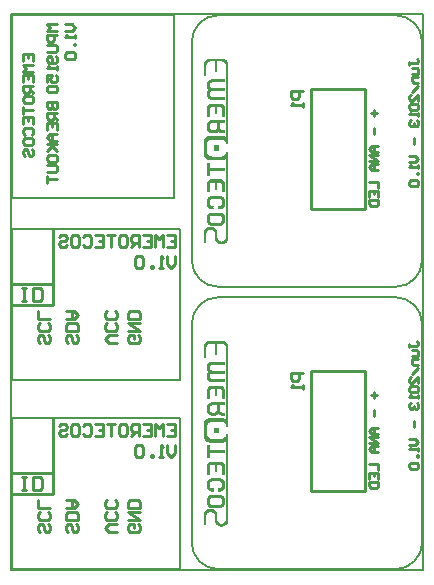
<source format=gbo>
%FSLAX23Y23*%
%MOIN*%
G70*
G01*
G75*
G04 Layer_Color=32896*
%ADD10C,0.005*%
%ADD11R,0.067X0.043*%
%ADD12C,0.010*%
%ADD13R,0.037X0.035*%
%ADD14R,0.037X0.035*%
%ADD15R,0.045X0.069*%
%ADD16R,0.069X0.045*%
%ADD17C,0.012*%
%ADD18R,0.043X0.055*%
%ADD19O,0.010X0.022*%
%ADD20O,0.022X0.010*%
%ADD21C,0.008*%
%ADD22C,0.047*%
%ADD23C,0.059*%
%ADD24R,0.059X0.059*%
%ADD25R,0.059X0.059*%
%ADD26R,0.047X0.047*%
%ADD27C,0.051*%
%ADD28C,0.028*%
%ADD29C,0.024*%
%ADD30C,0.008*%
%ADD31C,0.010*%
%ADD32C,0.007*%
%ADD33R,0.075X0.051*%
%ADD34R,0.045X0.043*%
%ADD35R,0.045X0.043*%
%ADD36R,0.053X0.077*%
%ADD37R,0.077X0.053*%
%ADD38R,0.051X0.063*%
%ADD39O,0.018X0.030*%
%ADD40O,0.030X0.018*%
%ADD41C,0.055*%
%ADD42C,0.067*%
%ADD43R,0.067X0.067*%
%ADD44R,0.067X0.067*%
%ADD45R,0.055X0.055*%
%ADD46C,0.059*%
%ADD47C,0.001*%
D10*
X4Y509D02*
X564D01*
X4Y4D02*
X564D01*
X4D02*
Y509D01*
X564Y4D02*
Y509D01*
X4Y1139D02*
X564D01*
X4Y634D02*
X564D01*
X4D02*
Y1139D01*
X564Y634D02*
Y1139D01*
X690Y910D02*
G03*
X602Y822I0J-88D01*
G01*
X1370D02*
G03*
X1282Y910I-88J0D01*
G01*
Y4D02*
G03*
X1370Y92I0J88D01*
G01*
X602D02*
G03*
X690Y4I88J0D01*
G01*
X602Y476D02*
Y822D01*
X1282Y910D02*
X690D01*
X1370Y92D02*
Y822D01*
X1282Y4D02*
X690D01*
X602Y92D02*
Y476D01*
X690Y1850D02*
G03*
X602Y1762I0J-88D01*
G01*
X1370D02*
G03*
X1282Y1850I-88J0D01*
G01*
Y945D02*
G03*
X1370Y1033I0J88D01*
G01*
X602D02*
G03*
X690Y945I88J0D01*
G01*
X602Y1417D02*
Y1762D01*
X1282Y1850D02*
X690D01*
X1370Y1033D02*
Y1762D01*
X1282Y945D02*
X690D01*
X602Y1033D02*
Y1417D01*
X544Y1240D02*
X4D01*
Y1850D01*
X544D02*
X4D01*
X544Y1240D02*
Y1850D01*
X0Y0D02*
X1374D01*
Y1853D01*
X0D02*
X1374D01*
X0Y0D02*
Y1853D01*
D12*
X4Y325D02*
X138D01*
Y255D02*
Y509D01*
X4Y255D02*
X138D01*
X354Y129D02*
X327D01*
X314Y142D01*
X327Y156D01*
X354D01*
X347Y196D02*
X354Y189D01*
Y176D01*
X347Y169D01*
X321D01*
X314Y176D01*
Y189D01*
X321Y196D01*
X347Y236D02*
X354Y229D01*
Y216D01*
X347Y209D01*
X321D01*
X314Y216D01*
Y229D01*
X321Y236D01*
X123Y156D02*
X130Y149D01*
Y136D01*
X123Y129D01*
X117D01*
X110Y136D01*
Y149D01*
X103Y156D01*
X97D01*
X90Y149D01*
Y136D01*
X97Y129D01*
X123Y196D02*
X130Y189D01*
Y176D01*
X123Y169D01*
X97D01*
X90Y176D01*
Y189D01*
X97Y196D01*
X130Y209D02*
X90D01*
Y236D01*
X217Y156D02*
X224Y149D01*
Y136D01*
X217Y129D01*
X211D01*
X204Y136D01*
Y149D01*
X197Y156D01*
X191D01*
X184Y149D01*
Y136D01*
X191Y129D01*
X224Y169D02*
X184D01*
Y189D01*
X191Y196D01*
X217D01*
X224Y189D01*
Y169D01*
X184Y209D02*
X211D01*
X224Y222D01*
X211Y236D01*
X184D01*
X204D01*
Y209D01*
X423Y156D02*
X430Y149D01*
Y136D01*
X423Y129D01*
X397D01*
X390Y136D01*
Y149D01*
X397Y156D01*
X410D01*
Y142D01*
X390Y169D02*
X430D01*
X390Y196D01*
X430D01*
Y209D02*
X390D01*
Y229D01*
X397Y236D01*
X423D01*
X430Y229D01*
Y209D01*
X37Y268D02*
X51D01*
X44D01*
Y311D01*
X37D01*
X51D01*
X73Y268D02*
Y311D01*
X95D01*
X102Y304D01*
Y275D01*
X95Y268D01*
X73D01*
X519Y487D02*
X545D01*
Y447D01*
X519D01*
X545Y467D02*
X532D01*
X505Y447D02*
Y487D01*
X492Y474D01*
X479Y487D01*
Y447D01*
X439Y487D02*
X465D01*
Y447D01*
X439D01*
X465Y467D02*
X452D01*
X425Y447D02*
Y487D01*
X405D01*
X399Y480D01*
Y467D01*
X405Y460D01*
X425D01*
X412D02*
X399Y447D01*
X365Y487D02*
X379D01*
X385Y480D01*
Y454D01*
X379Y447D01*
X365D01*
X359Y454D01*
Y480D01*
X365Y487D01*
X345D02*
X319D01*
X332D01*
Y447D01*
X279Y487D02*
X305D01*
Y447D01*
X279D01*
X305Y467D02*
X292D01*
X239Y480D02*
X245Y487D01*
X259D01*
X265Y480D01*
Y454D01*
X259Y447D01*
X245D01*
X239Y454D01*
X205Y487D02*
X219D01*
X225Y480D01*
Y454D01*
X219Y447D01*
X205D01*
X199Y454D01*
Y480D01*
X205Y487D01*
X159Y480D02*
X165Y487D01*
X179D01*
X185Y480D01*
Y474D01*
X179Y467D01*
X165D01*
X159Y460D01*
Y454D01*
X165Y447D01*
X179D01*
X185Y454D01*
X545Y418D02*
Y391D01*
X532Y378D01*
X519Y391D01*
Y418D01*
X505Y378D02*
X492D01*
X499D01*
Y418D01*
X505Y411D01*
X472Y378D02*
Y385D01*
X465D01*
Y378D01*
X472D01*
X439Y411D02*
X432Y418D01*
X419D01*
X412Y411D01*
Y385D01*
X419Y378D01*
X432D01*
X439Y385D01*
Y411D01*
X4Y955D02*
X138D01*
Y885D02*
Y1139D01*
X4Y885D02*
X138D01*
X354Y759D02*
X327D01*
X314Y772D01*
X327Y786D01*
X354D01*
X347Y826D02*
X354Y819D01*
Y806D01*
X347Y799D01*
X321D01*
X314Y806D01*
Y819D01*
X321Y826D01*
X347Y866D02*
X354Y859D01*
Y846D01*
X347Y839D01*
X321D01*
X314Y846D01*
Y859D01*
X321Y866D01*
X123Y786D02*
X130Y779D01*
Y766D01*
X123Y759D01*
X117D01*
X110Y766D01*
Y779D01*
X103Y786D01*
X97D01*
X90Y779D01*
Y766D01*
X97Y759D01*
X123Y826D02*
X130Y819D01*
Y806D01*
X123Y799D01*
X97D01*
X90Y806D01*
Y819D01*
X97Y826D01*
X130Y839D02*
X90D01*
Y866D01*
X217Y786D02*
X224Y779D01*
Y766D01*
X217Y759D01*
X211D01*
X204Y766D01*
Y779D01*
X197Y786D01*
X191D01*
X184Y779D01*
Y766D01*
X191Y759D01*
X224Y799D02*
X184D01*
Y819D01*
X191Y826D01*
X217D01*
X224Y819D01*
Y799D01*
X184Y839D02*
X211D01*
X224Y852D01*
X211Y866D01*
X184D01*
X204D01*
Y839D01*
X423Y786D02*
X430Y779D01*
Y766D01*
X423Y759D01*
X397D01*
X390Y766D01*
Y779D01*
X397Y786D01*
X410D01*
Y772D01*
X390Y799D02*
X430D01*
X390Y826D01*
X430D01*
Y839D02*
X390D01*
Y859D01*
X397Y866D01*
X423D01*
X430Y859D01*
Y839D01*
X37Y898D02*
X51D01*
X44D01*
Y941D01*
X37D01*
X51D01*
X73Y898D02*
Y941D01*
X95D01*
X102Y934D01*
Y905D01*
X95Y898D01*
X73D01*
X519Y1117D02*
X545D01*
Y1077D01*
X519D01*
X545Y1097D02*
X532D01*
X505Y1077D02*
Y1117D01*
X492Y1103D01*
X479Y1117D01*
Y1077D01*
X439Y1117D02*
X465D01*
Y1077D01*
X439D01*
X465Y1097D02*
X452D01*
X425Y1077D02*
Y1117D01*
X405D01*
X399Y1110D01*
Y1097D01*
X405Y1090D01*
X425D01*
X412D02*
X399Y1077D01*
X365Y1117D02*
X379D01*
X385Y1110D01*
Y1083D01*
X379Y1077D01*
X365D01*
X359Y1083D01*
Y1110D01*
X365Y1117D01*
X345D02*
X319D01*
X332D01*
Y1077D01*
X279Y1117D02*
X305D01*
Y1077D01*
X279D01*
X305Y1097D02*
X292D01*
X239Y1110D02*
X245Y1117D01*
X259D01*
X265Y1110D01*
Y1083D01*
X259Y1077D01*
X245D01*
X239Y1083D01*
X205Y1117D02*
X219D01*
X225Y1110D01*
Y1083D01*
X219Y1077D01*
X205D01*
X199Y1083D01*
Y1110D01*
X205Y1117D01*
X159Y1110D02*
X165Y1117D01*
X179D01*
X185Y1110D01*
Y1103D01*
X179Y1097D01*
X165D01*
X159Y1090D01*
Y1083D01*
X165Y1077D01*
X179D01*
X185Y1083D01*
X545Y1048D02*
Y1021D01*
X532Y1008D01*
X519Y1021D01*
Y1048D01*
X505Y1008D02*
X492D01*
X499D01*
Y1048D01*
X505Y1041D01*
X472Y1008D02*
Y1015D01*
X465D01*
Y1008D01*
X472D01*
X439Y1041D02*
X432Y1048D01*
X419D01*
X412Y1041D01*
Y1015D01*
X419Y1008D01*
X432D01*
X439Y1015D01*
Y1041D01*
X1181Y663D02*
X1001D01*
Y263D02*
Y663D01*
X1181Y263D02*
X1001D01*
X1181D02*
Y663D01*
X973Y658D02*
X933D01*
Y638D01*
X940Y631D01*
X953D01*
X960Y638D01*
Y658D01*
X973Y618D02*
Y604D01*
Y611D01*
X933D01*
X940Y618D01*
X1208Y595D02*
Y575D01*
X1198Y585D02*
X1218D01*
X1208Y535D02*
Y515D01*
X1223Y475D02*
X1203D01*
X1193Y465D01*
X1203Y455D01*
X1223D01*
X1208D01*
Y475D01*
X1223Y445D02*
X1193D01*
X1223Y425D01*
X1193D01*
X1223Y415D02*
X1203D01*
X1193Y405D01*
X1203Y395D01*
X1223D01*
X1208D01*
Y415D01*
X1193Y355D02*
X1223D01*
Y335D01*
X1193Y305D02*
Y325D01*
X1223D01*
Y305D01*
X1208Y325D02*
Y315D01*
X1193Y295D02*
X1223D01*
Y280D01*
X1218Y275D01*
X1198D01*
X1193Y280D01*
Y295D01*
X1327Y744D02*
Y754D01*
Y749D01*
X1352D01*
X1357Y754D01*
Y759D01*
X1352Y764D01*
X1337Y734D02*
X1352D01*
X1357Y729D01*
Y714D01*
X1337D01*
X1357Y704D02*
X1337D01*
Y689D01*
X1342Y684D01*
X1357D01*
Y674D02*
X1337Y654D01*
X1357Y624D02*
Y644D01*
X1337Y624D01*
X1332D01*
X1327Y629D01*
Y639D01*
X1332Y644D01*
Y614D02*
X1327Y609D01*
Y599D01*
X1332Y594D01*
X1352D01*
X1357Y599D01*
Y609D01*
X1352Y614D01*
X1332D01*
X1357Y584D02*
Y574D01*
Y579D01*
X1327D01*
X1332Y584D01*
Y559D02*
X1327Y554D01*
Y544D01*
X1332Y539D01*
X1337D01*
X1342Y544D01*
Y549D01*
Y544D01*
X1347Y539D01*
X1352D01*
X1357Y544D01*
Y554D01*
X1352Y559D01*
X1342Y499D02*
Y479D01*
X1327Y439D02*
X1347D01*
X1357Y429D01*
X1347Y419D01*
X1327D01*
X1357Y409D02*
Y399D01*
Y404D01*
X1327D01*
X1332Y409D01*
X1357Y384D02*
X1352D01*
Y379D01*
X1357D01*
Y384D01*
X1332Y359D02*
X1327Y354D01*
Y344D01*
X1332Y339D01*
X1352D01*
X1357Y344D01*
Y354D01*
X1352Y359D01*
X1332D01*
X1181Y1604D02*
X1001D01*
Y1204D02*
Y1604D01*
X1181Y1204D02*
X1001D01*
X1181D02*
Y1604D01*
X973Y1599D02*
X933D01*
Y1579D01*
X940Y1572D01*
X953D01*
X960Y1579D01*
Y1599D01*
X973Y1559D02*
Y1545D01*
Y1552D01*
X933D01*
X940Y1559D01*
X1208Y1536D02*
Y1516D01*
X1198Y1526D02*
X1218D01*
X1208Y1476D02*
Y1456D01*
X1223Y1416D02*
X1203D01*
X1193Y1406D01*
X1203Y1396D01*
X1223D01*
X1208D01*
Y1416D01*
X1223Y1386D02*
X1193D01*
X1223Y1366D01*
X1193D01*
X1223Y1356D02*
X1203D01*
X1193Y1346D01*
X1203Y1336D01*
X1223D01*
X1208D01*
Y1356D01*
X1193Y1296D02*
X1223D01*
Y1276D01*
X1193Y1246D02*
Y1266D01*
X1223D01*
Y1246D01*
X1208Y1266D02*
Y1256D01*
X1193Y1236D02*
X1223D01*
Y1221D01*
X1218Y1216D01*
X1198D01*
X1193Y1221D01*
Y1236D01*
X1327Y1685D02*
Y1695D01*
Y1690D01*
X1352D01*
X1357Y1695D01*
Y1700D01*
X1352Y1705D01*
X1337Y1675D02*
X1352D01*
X1357Y1670D01*
Y1655D01*
X1337D01*
X1357Y1645D02*
X1337D01*
Y1630D01*
X1342Y1625D01*
X1357D01*
Y1615D02*
X1337Y1595D01*
X1357Y1565D02*
Y1585D01*
X1337Y1565D01*
X1332D01*
X1327Y1570D01*
Y1580D01*
X1332Y1585D01*
Y1555D02*
X1327Y1550D01*
Y1540D01*
X1332Y1535D01*
X1352D01*
X1357Y1540D01*
Y1550D01*
X1352Y1555D01*
X1332D01*
X1357Y1525D02*
Y1515D01*
Y1520D01*
X1327D01*
X1332Y1525D01*
Y1500D02*
X1327Y1495D01*
Y1485D01*
X1332Y1480D01*
X1337D01*
X1342Y1485D01*
Y1490D01*
Y1485D01*
X1347Y1480D01*
X1352D01*
X1357Y1485D01*
Y1495D01*
X1352Y1500D01*
X1342Y1440D02*
Y1420D01*
X1327Y1380D02*
X1347D01*
X1357Y1370D01*
X1347Y1360D01*
X1327D01*
X1357Y1350D02*
Y1340D01*
Y1345D01*
X1327D01*
X1332Y1350D01*
X1357Y1325D02*
X1352D01*
Y1320D01*
X1357D01*
Y1325D01*
X1332Y1300D02*
X1327Y1295D01*
Y1285D01*
X1332Y1280D01*
X1352D01*
X1357Y1285D01*
Y1295D01*
X1352Y1300D01*
X1332D01*
X154Y1820D02*
X119D01*
X131Y1808D01*
X119Y1797D01*
X154D01*
Y1785D02*
X119D01*
Y1768D01*
X125Y1762D01*
X137D01*
X142Y1768D01*
Y1785D01*
X119Y1750D02*
X148D01*
X154Y1744D01*
Y1733D01*
X148Y1727D01*
X119D01*
X148Y1715D02*
X154Y1709D01*
Y1698D01*
X148Y1692D01*
X125D01*
X119Y1698D01*
Y1709D01*
X125Y1715D01*
X131D01*
X137Y1709D01*
Y1692D01*
X154Y1680D02*
Y1668D01*
Y1674D01*
X119D01*
X125Y1680D01*
X119Y1628D02*
Y1651D01*
X137D01*
X131Y1639D01*
Y1633D01*
X137Y1628D01*
X148D01*
X154Y1633D01*
Y1645D01*
X148Y1651D01*
X125Y1616D02*
X119Y1610D01*
Y1598D01*
X125Y1593D01*
X148D01*
X154Y1598D01*
Y1610D01*
X148Y1616D01*
X125D01*
X39Y1697D02*
Y1720D01*
X74D01*
Y1697D01*
X57Y1720D02*
Y1708D01*
X74Y1685D02*
X39D01*
X51Y1673D01*
X39Y1662D01*
X74D01*
X39Y1627D02*
Y1650D01*
X74D01*
Y1627D01*
X57Y1650D02*
Y1638D01*
X74Y1615D02*
X39D01*
Y1598D01*
X45Y1592D01*
X57D01*
X62Y1598D01*
Y1615D01*
Y1603D02*
X74Y1592D01*
X39Y1563D02*
Y1574D01*
X45Y1580D01*
X68D01*
X74Y1574D01*
Y1563D01*
X68Y1557D01*
X45D01*
X39Y1563D01*
Y1545D02*
Y1522D01*
Y1533D01*
X74D01*
X39Y1487D02*
Y1510D01*
X74D01*
Y1487D01*
X57Y1510D02*
Y1498D01*
X45Y1452D02*
X39Y1458D01*
Y1469D01*
X45Y1475D01*
X68D01*
X74Y1469D01*
Y1458D01*
X68Y1452D01*
X39Y1423D02*
Y1434D01*
X45Y1440D01*
X68D01*
X74Y1434D01*
Y1423D01*
X68Y1417D01*
X45D01*
X39Y1423D01*
X45Y1382D02*
X39Y1388D01*
Y1399D01*
X45Y1405D01*
X51D01*
X57Y1399D01*
Y1388D01*
X62Y1382D01*
X68D01*
X74Y1388D01*
Y1399D01*
X68Y1405D01*
X119Y1560D02*
X154D01*
Y1543D01*
X148Y1537D01*
X142D01*
X137Y1543D01*
Y1560D01*
Y1543D01*
X131Y1537D01*
X125D01*
X119Y1543D01*
Y1560D01*
X154Y1525D02*
X119D01*
Y1508D01*
X125Y1502D01*
X137D01*
X142Y1508D01*
Y1525D01*
Y1513D02*
X154Y1502D01*
X119Y1467D02*
Y1490D01*
X154D01*
Y1467D01*
X137Y1490D02*
Y1478D01*
X154Y1455D02*
X131D01*
X119Y1443D01*
X131Y1432D01*
X154D01*
X137D01*
Y1455D01*
X119Y1420D02*
X154D01*
X142D01*
X119Y1397D01*
X137Y1414D01*
X154Y1397D01*
X119Y1368D02*
Y1379D01*
X125Y1385D01*
X148D01*
X154Y1379D01*
Y1368D01*
X148Y1362D01*
X125D01*
X119Y1368D01*
Y1350D02*
X148D01*
X154Y1344D01*
Y1333D01*
X148Y1327D01*
X119D01*
Y1315D02*
Y1292D01*
Y1303D01*
X154D01*
X179Y1820D02*
X202D01*
X214Y1808D01*
X202Y1797D01*
X179D01*
X214Y1785D02*
Y1773D01*
Y1779D01*
X179D01*
X185Y1785D01*
X214Y1756D02*
X208D01*
Y1750D01*
X214D01*
Y1756D01*
X185Y1727D02*
X179Y1721D01*
Y1709D01*
X185Y1703D01*
X208D01*
X214Y1709D01*
Y1721D01*
X208Y1727D01*
X185D01*
D47*
X642Y710D02*
Y748D01*
Y446D02*
Y491D01*
Y153D02*
Y187D01*
X643Y710D02*
Y752D01*
Y442D02*
Y495D01*
Y153D02*
Y191D01*
X644Y710D02*
Y754D01*
Y440D02*
Y497D01*
Y153D02*
Y193D01*
X645Y710D02*
Y755D01*
Y438D02*
Y498D01*
Y153D02*
Y195D01*
X646Y710D02*
Y757D01*
Y437D02*
Y500D01*
Y153D02*
Y196D01*
X647Y710D02*
Y758D01*
Y436D02*
Y501D01*
Y153D02*
Y197D01*
X648Y747D02*
Y759D01*
Y435D02*
Y502D01*
Y187D02*
Y198D01*
X649Y750D02*
Y760D01*
Y434D02*
Y503D01*
Y190D02*
Y199D01*
X650Y752D02*
Y761D01*
Y433D02*
Y504D01*
Y191D02*
Y200D01*
X651Y753D02*
Y761D01*
Y432D02*
Y504D01*
Y193D02*
Y201D01*
X652Y754D02*
Y762D01*
Y489D02*
Y505D01*
Y432D02*
Y448D01*
Y194D02*
Y202D01*
X653Y755D02*
Y763D01*
Y671D02*
Y684D01*
Y641D02*
Y655D01*
Y574D02*
Y604D01*
Y530D02*
Y548D01*
Y490D02*
Y505D01*
Y431D02*
Y446D01*
Y377D02*
Y418D01*
Y322D02*
Y351D01*
Y277D02*
Y295D01*
Y222D02*
Y240D01*
Y195D02*
Y202D01*
X654Y756D02*
Y763D01*
Y668D02*
Y687D01*
Y639D02*
Y657D01*
Y574D02*
Y606D01*
Y528D02*
Y551D01*
Y492D02*
Y506D01*
Y431D02*
Y445D01*
Y377D02*
Y418D01*
Y322D02*
Y353D01*
Y275D02*
Y298D01*
Y220D02*
Y242D01*
Y196D02*
Y203D01*
X655Y757D02*
Y764D01*
Y666D02*
Y688D01*
Y637D02*
Y659D01*
Y574D02*
Y608D01*
Y526D02*
Y552D01*
Y493D02*
Y506D01*
Y430D02*
Y443D01*
Y377D02*
Y418D01*
Y322D02*
Y355D01*
Y273D02*
Y300D01*
Y218D02*
Y244D01*
Y196D02*
Y203D01*
X656Y757D02*
Y764D01*
Y665D02*
Y690D01*
Y636D02*
Y660D01*
Y574D02*
Y609D01*
Y525D02*
Y554D01*
Y494D02*
Y507D01*
Y430D02*
Y442D01*
Y377D02*
Y418D01*
Y322D02*
Y356D01*
Y272D02*
Y301D01*
Y217D02*
Y245D01*
Y197D02*
Y203D01*
X657Y758D02*
Y764D01*
Y664D02*
Y691D01*
Y635D02*
Y662D01*
Y574D02*
Y610D01*
Y524D02*
Y555D01*
Y495D02*
Y507D01*
Y430D02*
Y442D01*
Y377D02*
Y418D01*
Y322D02*
Y357D01*
Y271D02*
Y302D01*
Y215D02*
Y247D01*
Y197D02*
Y204D01*
X658Y758D02*
Y764D01*
Y634D02*
Y692D01*
Y574D02*
Y611D01*
Y523D02*
Y556D01*
Y496D02*
Y507D01*
Y429D02*
Y441D01*
Y377D02*
Y418D01*
Y322D02*
Y358D01*
Y270D02*
Y303D01*
Y214D02*
Y248D01*
Y198D02*
Y204D01*
X659Y758D02*
Y765D01*
Y633D02*
Y693D01*
Y574D02*
Y612D01*
Y522D02*
Y557D01*
Y496D02*
Y507D01*
Y429D02*
Y440D01*
Y377D02*
Y418D01*
Y322D02*
Y359D01*
Y269D02*
Y304D01*
Y214D02*
Y248D01*
Y198D02*
Y204D01*
X660Y759D02*
Y765D01*
Y683D02*
Y693D01*
Y654D02*
Y672D01*
Y632D02*
Y643D01*
Y603D02*
Y613D01*
Y547D02*
Y557D01*
Y521D02*
Y532D01*
Y497D02*
Y508D01*
Y429D02*
Y440D01*
Y394D02*
Y401D01*
Y350D02*
Y360D01*
Y294D02*
Y304D01*
Y268D02*
Y279D01*
Y239D02*
Y249D01*
Y213D02*
Y223D01*
Y198D02*
Y204D01*
X661Y759D02*
Y765D01*
Y685D02*
Y694D01*
Y655D02*
Y670D01*
Y632D02*
Y641D01*
Y604D02*
Y613D01*
Y549D02*
Y558D01*
Y521D02*
Y530D01*
Y497D02*
Y508D01*
Y429D02*
Y439D01*
Y394D02*
Y401D01*
Y351D02*
Y360D01*
Y296D02*
Y305D01*
Y268D02*
Y277D01*
Y241D02*
Y250D01*
Y212D02*
Y221D01*
Y198D02*
Y204D01*
X662Y759D02*
Y765D01*
Y686D02*
Y694D01*
Y657D02*
Y669D01*
Y631D02*
Y640D01*
Y605D02*
Y614D01*
Y550D02*
Y559D01*
Y520D02*
Y529D01*
Y498D02*
Y508D01*
Y429D02*
Y439D01*
Y394D02*
Y401D01*
Y353D02*
Y361D01*
Y297D02*
Y305D01*
Y267D02*
Y276D01*
Y242D02*
Y250D01*
Y212D02*
Y220D01*
Y198D02*
Y204D01*
X663Y759D02*
Y765D01*
Y687D02*
Y695D01*
Y657D02*
Y668D01*
Y631D02*
Y639D01*
Y606D02*
Y614D01*
Y551D02*
Y559D01*
Y520D02*
Y528D01*
Y498D02*
Y508D01*
Y429D02*
Y439D01*
Y394D02*
Y401D01*
Y353D02*
Y361D01*
Y298D02*
Y306D01*
Y267D02*
Y275D01*
Y242D02*
Y250D01*
Y212D02*
Y220D01*
Y199D02*
Y204D01*
X664Y759D02*
Y765D01*
Y687D02*
Y695D01*
Y658D02*
Y667D01*
Y631D02*
Y638D01*
Y607D02*
Y615D01*
Y552D02*
Y559D01*
Y520D02*
Y527D01*
Y498D02*
Y508D01*
Y429D02*
Y439D01*
Y394D02*
Y401D01*
Y354D02*
Y362D01*
Y299D02*
Y306D01*
Y267D02*
Y274D01*
Y243D02*
Y251D01*
Y211D02*
Y219D01*
Y198D02*
Y204D01*
X665Y759D02*
Y765D01*
Y688D02*
Y695D01*
Y659D02*
Y667D01*
Y630D02*
Y638D01*
Y607D02*
Y615D01*
Y552D02*
Y559D01*
Y519D02*
Y527D01*
Y498D02*
Y508D01*
Y429D02*
Y439D01*
Y394D02*
Y401D01*
Y355D02*
Y362D01*
Y299D02*
Y306D01*
Y266D02*
Y274D01*
Y244D02*
Y251D01*
Y211D02*
Y218D01*
Y198D02*
Y204D01*
X666Y759D02*
Y765D01*
Y688D02*
Y696D01*
Y659D02*
Y667D01*
Y630D02*
Y637D01*
Y608D02*
Y615D01*
Y552D02*
Y559D01*
Y519D02*
Y526D01*
Y498D02*
Y508D01*
Y429D02*
Y438D01*
Y394D02*
Y401D01*
Y355D02*
Y362D01*
Y299D02*
Y307D01*
Y266D02*
Y273D01*
Y244D02*
Y251D01*
Y211D02*
Y218D01*
Y198D02*
Y204D01*
X667Y759D02*
Y765D01*
Y689D02*
Y696D01*
Y659D02*
Y667D01*
Y630D02*
Y637D01*
Y608D02*
Y615D01*
Y553D02*
Y560D01*
Y519D02*
Y526D01*
Y498D02*
Y508D01*
Y429D02*
Y438D01*
Y394D02*
Y401D01*
Y355D02*
Y362D01*
Y300D02*
Y307D01*
Y266D02*
Y273D01*
Y244D02*
Y251D01*
Y211D02*
Y218D01*
Y198D02*
Y204D01*
X668Y759D02*
Y765D01*
Y689D02*
Y696D01*
Y659D02*
Y666D01*
Y630D02*
Y637D01*
Y608D02*
Y615D01*
Y553D02*
Y560D01*
Y519D02*
Y526D01*
Y498D02*
Y508D01*
Y429D02*
Y438D01*
Y394D02*
Y401D01*
Y355D02*
Y362D01*
Y300D02*
Y307D01*
Y266D02*
Y273D01*
Y244D02*
Y251D01*
Y211D02*
Y218D01*
Y198D02*
Y204D01*
X669Y759D02*
Y765D01*
Y689D02*
Y696D01*
Y659D02*
Y666D01*
Y630D02*
Y637D01*
Y608D02*
Y615D01*
Y553D02*
Y560D01*
Y519D02*
Y526D01*
Y498D02*
Y508D01*
Y429D02*
Y438D01*
Y394D02*
Y401D01*
Y355D02*
Y362D01*
Y300D02*
Y307D01*
Y266D02*
Y273D01*
Y244D02*
Y251D01*
Y211D02*
Y218D01*
Y197D02*
Y204D01*
X670Y759D02*
Y765D01*
Y689D02*
Y696D01*
Y659D02*
Y666D01*
Y630D02*
Y637D01*
Y608D02*
Y615D01*
Y553D02*
Y560D01*
Y519D02*
Y526D01*
Y498D02*
Y508D01*
Y429D02*
Y438D01*
Y394D02*
Y401D01*
Y355D02*
Y362D01*
Y300D02*
Y307D01*
Y266D02*
Y273D01*
Y244D02*
Y251D01*
Y211D02*
Y218D01*
Y197D02*
Y203D01*
X671Y759D02*
Y765D01*
Y689D02*
Y696D01*
Y659D02*
Y666D01*
Y630D02*
Y637D01*
Y608D02*
Y615D01*
Y553D02*
Y560D01*
Y519D02*
Y526D01*
Y498D02*
Y508D01*
Y429D02*
Y438D01*
Y394D02*
Y401D01*
Y355D02*
Y362D01*
Y300D02*
Y307D01*
Y266D02*
Y273D01*
Y244D02*
Y251D01*
Y211D02*
Y218D01*
Y196D02*
Y203D01*
X672Y759D02*
Y765D01*
Y689D02*
Y696D01*
Y659D02*
Y666D01*
Y630D02*
Y637D01*
Y608D02*
Y615D01*
Y553D02*
Y560D01*
Y519D02*
Y526D01*
Y498D02*
Y508D01*
Y429D02*
Y438D01*
Y394D02*
Y401D01*
Y355D02*
Y362D01*
Y300D02*
Y307D01*
Y272D02*
Y273D01*
Y266D02*
Y267D01*
Y244D02*
Y251D01*
Y211D02*
Y218D01*
Y196D02*
Y203D01*
X673Y759D02*
Y765D01*
Y689D02*
Y696D01*
Y659D02*
Y666D01*
Y630D02*
Y637D01*
Y608D02*
Y615D01*
Y553D02*
Y560D01*
Y519D02*
Y526D01*
Y498D02*
Y508D01*
Y429D02*
Y438D01*
Y394D02*
Y401D01*
Y355D02*
Y362D01*
Y300D02*
Y307D01*
Y244D02*
Y251D01*
Y211D02*
Y218D01*
Y195D02*
Y202D01*
X674Y759D02*
Y765D01*
Y689D02*
Y696D01*
Y659D02*
Y666D01*
Y630D02*
Y637D01*
Y608D02*
Y615D01*
Y553D02*
Y560D01*
Y519D02*
Y526D01*
Y498D02*
Y508D01*
Y429D02*
Y438D01*
Y394D02*
Y401D01*
Y355D02*
Y362D01*
Y300D02*
Y307D01*
Y244D02*
Y251D01*
Y211D02*
Y218D01*
Y194D02*
Y202D01*
X675Y759D02*
Y765D01*
Y689D02*
Y696D01*
Y659D02*
Y666D01*
Y630D02*
Y637D01*
Y608D02*
Y615D01*
Y553D02*
Y560D01*
Y519D02*
Y526D01*
Y498D02*
Y508D01*
Y429D02*
Y438D01*
Y394D02*
Y401D01*
Y355D02*
Y362D01*
Y300D02*
Y307D01*
Y244D02*
Y251D01*
Y211D02*
Y218D01*
Y193D02*
Y201D01*
X676Y759D02*
Y765D01*
Y689D02*
Y696D01*
Y659D02*
Y666D01*
Y630D02*
Y637D01*
Y608D02*
Y615D01*
Y553D02*
Y560D01*
Y519D02*
Y526D01*
Y498D02*
Y508D01*
Y462D02*
Y474D01*
Y429D02*
Y438D01*
Y394D02*
Y401D01*
Y355D02*
Y362D01*
Y300D02*
Y307D01*
Y244D02*
Y251D01*
Y211D02*
Y218D01*
Y191D02*
Y200D01*
X677Y759D02*
Y765D01*
Y689D02*
Y696D01*
Y659D02*
Y666D01*
Y630D02*
Y637D01*
Y608D02*
Y615D01*
Y553D02*
Y560D01*
Y519D02*
Y526D01*
Y498D02*
Y508D01*
Y461D02*
Y476D01*
Y429D02*
Y438D01*
Y394D02*
Y401D01*
Y355D02*
Y362D01*
Y300D02*
Y307D01*
Y244D02*
Y251D01*
Y211D02*
Y218D01*
Y190D02*
Y199D01*
X678Y759D02*
Y765D01*
Y689D02*
Y696D01*
Y659D02*
Y666D01*
Y630D02*
Y637D01*
Y583D02*
Y615D01*
Y553D02*
Y560D01*
Y519D02*
Y526D01*
Y498D02*
Y508D01*
Y461D02*
Y476D01*
Y429D02*
Y438D01*
Y394D02*
Y401D01*
Y330D02*
Y362D01*
Y300D02*
Y307D01*
Y244D02*
Y251D01*
Y211D02*
Y218D01*
Y187D02*
Y198D01*
X679Y722D02*
Y765D01*
Y689D02*
Y696D01*
Y659D02*
Y666D01*
Y630D02*
Y637D01*
Y583D02*
Y615D01*
Y553D02*
Y560D01*
Y519D02*
Y526D01*
Y498D02*
Y508D01*
Y460D02*
Y476D01*
Y429D02*
Y438D01*
Y394D02*
Y401D01*
Y330D02*
Y362D01*
Y300D02*
Y307D01*
Y244D02*
Y251D01*
Y211D02*
Y218D01*
Y165D02*
Y197D01*
X680Y722D02*
Y765D01*
Y689D02*
Y696D01*
Y659D02*
Y666D01*
Y630D02*
Y637D01*
Y583D02*
Y615D01*
Y553D02*
Y560D01*
Y519D02*
Y527D01*
Y498D02*
Y508D01*
Y460D02*
Y476D01*
Y429D02*
Y438D01*
Y394D02*
Y401D01*
Y330D02*
Y362D01*
Y300D02*
Y307D01*
Y244D02*
Y251D01*
Y211D02*
Y218D01*
Y163D02*
Y196D01*
X681Y722D02*
Y765D01*
Y689D02*
Y696D01*
Y659D02*
Y666D01*
Y630D02*
Y637D01*
Y583D02*
Y615D01*
Y553D02*
Y560D01*
Y520D02*
Y527D01*
Y498D02*
Y508D01*
Y460D02*
Y476D01*
Y429D02*
Y438D01*
Y394D02*
Y401D01*
Y330D02*
Y362D01*
Y300D02*
Y307D01*
Y244D02*
Y251D01*
Y211D02*
Y218D01*
Y160D02*
Y195D01*
X682Y722D02*
Y765D01*
Y689D02*
Y696D01*
Y659D02*
Y666D01*
Y630D02*
Y637D01*
Y583D02*
Y615D01*
Y553D02*
Y560D01*
Y520D02*
Y528D01*
Y498D02*
Y508D01*
Y460D02*
Y476D01*
Y429D02*
Y438D01*
Y394D02*
Y401D01*
Y330D02*
Y362D01*
Y300D02*
Y307D01*
Y244D02*
Y251D01*
Y211D02*
Y218D01*
Y159D02*
Y193D01*
X683Y722D02*
Y765D01*
Y689D02*
Y696D01*
Y659D02*
Y666D01*
Y630D02*
Y637D01*
Y583D02*
Y615D01*
Y553D02*
Y560D01*
Y520D02*
Y529D01*
Y498D02*
Y508D01*
Y460D02*
Y476D01*
Y429D02*
Y438D01*
Y394D02*
Y401D01*
Y330D02*
Y362D01*
Y300D02*
Y307D01*
Y244D02*
Y251D01*
Y211D02*
Y218D01*
Y157D02*
Y191D01*
X684Y722D02*
Y765D01*
Y689D02*
Y696D01*
Y659D02*
Y666D01*
Y630D02*
Y637D01*
Y583D02*
Y615D01*
Y553D02*
Y560D01*
Y521D02*
Y530D01*
Y498D02*
Y508D01*
Y460D02*
Y476D01*
Y429D02*
Y438D01*
Y394D02*
Y401D01*
Y330D02*
Y362D01*
Y300D02*
Y307D01*
Y244D02*
Y251D01*
Y211D02*
Y218D01*
Y156D02*
Y188D01*
X685Y759D02*
Y765D01*
Y689D02*
Y696D01*
Y659D02*
Y666D01*
Y630D02*
Y637D01*
Y608D02*
Y615D01*
Y553D02*
Y560D01*
Y521D02*
Y531D01*
Y498D02*
Y508D01*
Y460D02*
Y476D01*
Y429D02*
Y438D01*
Y394D02*
Y401D01*
Y355D02*
Y362D01*
Y300D02*
Y307D01*
Y244D02*
Y251D01*
Y211D02*
Y218D01*
Y155D02*
Y166D01*
X686Y759D02*
Y765D01*
Y689D02*
Y696D01*
Y659D02*
Y666D01*
Y630D02*
Y637D01*
Y608D02*
Y615D01*
Y522D02*
Y560D01*
Y498D02*
Y508D01*
Y460D02*
Y476D01*
Y429D02*
Y438D01*
Y394D02*
Y401D01*
Y355D02*
Y362D01*
Y300D02*
Y307D01*
Y244D02*
Y251D01*
Y211D02*
Y218D01*
Y154D02*
Y164D01*
X687Y759D02*
Y765D01*
Y689D02*
Y696D01*
Y659D02*
Y666D01*
Y630D02*
Y637D01*
Y608D02*
Y615D01*
Y523D02*
Y560D01*
Y498D02*
Y508D01*
Y460D02*
Y476D01*
Y429D02*
Y438D01*
Y394D02*
Y401D01*
Y355D02*
Y362D01*
Y300D02*
Y307D01*
Y244D02*
Y251D01*
Y211D02*
Y218D01*
Y153D02*
Y162D01*
X688Y759D02*
Y765D01*
Y689D02*
Y696D01*
Y659D02*
Y666D01*
Y630D02*
Y637D01*
Y608D02*
Y615D01*
Y524D02*
Y560D01*
Y498D02*
Y508D01*
Y460D02*
Y476D01*
Y429D02*
Y438D01*
Y394D02*
Y401D01*
Y355D02*
Y362D01*
Y300D02*
Y307D01*
Y244D02*
Y251D01*
Y211D02*
Y218D01*
Y153D02*
Y161D01*
X689Y759D02*
Y765D01*
Y689D02*
Y696D01*
Y659D02*
Y666D01*
Y630D02*
Y637D01*
Y608D02*
Y615D01*
Y525D02*
Y560D01*
Y498D02*
Y508D01*
Y461D02*
Y476D01*
Y429D02*
Y438D01*
Y394D02*
Y401D01*
Y355D02*
Y362D01*
Y300D02*
Y307D01*
Y244D02*
Y251D01*
Y211D02*
Y218D01*
Y152D02*
Y160D01*
X690Y759D02*
Y765D01*
Y689D02*
Y696D01*
Y659D02*
Y666D01*
Y630D02*
Y637D01*
Y608D02*
Y615D01*
Y525D02*
Y560D01*
Y498D02*
Y508D01*
Y461D02*
Y476D01*
Y429D02*
Y438D01*
Y394D02*
Y401D01*
Y355D02*
Y362D01*
Y300D02*
Y307D01*
Y244D02*
Y251D01*
Y211D02*
Y218D01*
Y151D02*
Y159D01*
X691Y759D02*
Y765D01*
Y689D02*
Y696D01*
Y659D02*
Y666D01*
Y630D02*
Y637D01*
Y608D02*
Y615D01*
Y523D02*
Y560D01*
Y498D02*
Y508D01*
Y462D02*
Y474D01*
Y429D02*
Y438D01*
Y394D02*
Y401D01*
Y355D02*
Y362D01*
Y300D02*
Y307D01*
Y266D02*
Y273D01*
Y244D02*
Y251D01*
Y211D02*
Y218D01*
Y151D02*
Y158D01*
X692Y759D02*
Y765D01*
Y689D02*
Y696D01*
Y659D02*
Y666D01*
Y630D02*
Y637D01*
Y608D02*
Y615D01*
Y522D02*
Y560D01*
Y498D02*
Y508D01*
Y429D02*
Y438D01*
Y394D02*
Y401D01*
Y355D02*
Y362D01*
Y300D02*
Y307D01*
Y266D02*
Y273D01*
Y244D02*
Y251D01*
Y211D02*
Y218D01*
Y150D02*
Y157D01*
X693Y759D02*
Y765D01*
Y689D02*
Y696D01*
Y659D02*
Y666D01*
Y630D02*
Y637D01*
Y608D02*
Y615D01*
Y553D02*
Y560D01*
Y522D02*
Y533D01*
Y498D02*
Y508D01*
Y429D02*
Y438D01*
Y394D02*
Y401D01*
Y355D02*
Y362D01*
Y300D02*
Y307D01*
Y266D02*
Y273D01*
Y244D02*
Y251D01*
Y211D02*
Y218D01*
Y150D02*
Y157D01*
X694Y759D02*
Y765D01*
Y689D02*
Y696D01*
Y659D02*
Y666D01*
Y630D02*
Y637D01*
Y608D02*
Y615D01*
Y553D02*
Y560D01*
Y521D02*
Y531D01*
Y498D02*
Y508D01*
Y429D02*
Y438D01*
Y394D02*
Y401D01*
Y355D02*
Y362D01*
Y300D02*
Y307D01*
Y266D02*
Y273D01*
Y244D02*
Y251D01*
Y211D02*
Y218D01*
Y150D02*
Y156D01*
X695Y759D02*
Y765D01*
Y689D02*
Y696D01*
Y659D02*
Y666D01*
Y630D02*
Y637D01*
Y608D02*
Y615D01*
Y553D02*
Y560D01*
Y521D02*
Y529D01*
Y498D02*
Y508D01*
Y429D02*
Y438D01*
Y394D02*
Y401D01*
Y355D02*
Y362D01*
Y300D02*
Y307D01*
Y266D02*
Y273D01*
Y244D02*
Y251D01*
Y211D02*
Y218D01*
Y150D02*
Y156D01*
X696Y759D02*
Y765D01*
Y689D02*
Y696D01*
Y659D02*
Y666D01*
Y630D02*
Y637D01*
Y608D02*
Y615D01*
Y553D02*
Y560D01*
Y520D02*
Y528D01*
Y498D02*
Y508D01*
Y429D02*
Y438D01*
Y394D02*
Y401D01*
Y355D02*
Y362D01*
Y299D02*
Y307D01*
Y266D02*
Y274D01*
Y244D02*
Y251D01*
Y211D02*
Y218D01*
Y149D02*
Y156D01*
X697Y759D02*
Y765D01*
Y689D02*
Y696D01*
Y659D02*
Y666D01*
Y630D02*
Y637D01*
Y607D02*
Y615D01*
Y553D02*
Y560D01*
Y520D02*
Y528D01*
Y498D02*
Y508D01*
Y429D02*
Y438D01*
Y394D02*
Y401D01*
Y354D02*
Y362D01*
Y299D02*
Y306D01*
Y266D02*
Y274D01*
Y244D02*
Y251D01*
Y211D02*
Y218D01*
Y149D02*
Y155D01*
X698Y759D02*
Y765D01*
Y689D02*
Y696D01*
Y659D02*
Y666D01*
Y630D02*
Y637D01*
Y607D02*
Y615D01*
Y553D02*
Y560D01*
Y520D02*
Y527D01*
Y498D02*
Y508D01*
Y429D02*
Y438D01*
Y394D02*
Y401D01*
Y354D02*
Y362D01*
Y299D02*
Y306D01*
Y267D02*
Y274D01*
Y243D02*
Y251D01*
Y211D02*
Y219D01*
Y149D02*
Y155D01*
X699Y759D02*
Y765D01*
Y689D02*
Y696D01*
Y659D02*
Y666D01*
Y630D02*
Y637D01*
Y606D02*
Y614D01*
Y553D02*
Y560D01*
Y519D02*
Y527D01*
Y498D02*
Y508D01*
Y429D02*
Y438D01*
Y394D02*
Y401D01*
Y353D02*
Y361D01*
Y298D02*
Y306D01*
Y267D02*
Y275D01*
Y242D02*
Y250D01*
Y212D02*
Y220D01*
Y149D02*
Y155D01*
X700Y759D02*
Y765D01*
Y689D02*
Y696D01*
Y659D02*
Y666D01*
Y630D02*
Y637D01*
Y605D02*
Y614D01*
Y553D02*
Y560D01*
Y519D02*
Y526D01*
Y498D02*
Y508D01*
Y429D02*
Y438D01*
Y394D02*
Y401D01*
Y352D02*
Y361D01*
Y297D02*
Y305D01*
Y267D02*
Y276D01*
Y242D02*
Y250D01*
Y212D02*
Y220D01*
Y149D02*
Y155D01*
X701Y759D02*
Y765D01*
Y689D02*
Y696D01*
Y659D02*
Y666D01*
Y630D02*
Y637D01*
Y604D02*
Y613D01*
Y553D02*
Y560D01*
Y519D02*
Y526D01*
Y498D02*
Y508D01*
Y429D02*
Y438D01*
Y394D02*
Y401D01*
Y351D02*
Y360D01*
Y296D02*
Y305D01*
Y268D02*
Y277D01*
Y240D02*
Y250D01*
Y212D02*
Y222D01*
Y149D02*
Y155D01*
X702Y759D02*
Y765D01*
Y689D02*
Y696D01*
Y659D02*
Y666D01*
Y630D02*
Y637D01*
Y603D02*
Y613D01*
Y553D02*
Y560D01*
Y519D02*
Y526D01*
Y498D02*
Y508D01*
Y429D02*
Y439D01*
Y394D02*
Y401D01*
Y350D02*
Y360D01*
Y294D02*
Y304D01*
Y268D02*
Y279D01*
Y239D02*
Y249D01*
Y213D02*
Y223D01*
Y149D02*
Y155D01*
X703Y759D02*
Y765D01*
Y689D02*
Y696D01*
Y659D02*
Y666D01*
Y630D02*
Y637D01*
Y574D02*
Y612D01*
Y553D02*
Y560D01*
Y519D02*
Y526D01*
Y498D02*
Y508D01*
Y429D02*
Y439D01*
Y394D02*
Y401D01*
Y322D02*
Y359D01*
Y269D02*
Y304D01*
Y214D02*
Y248D01*
Y149D02*
Y155D01*
X704Y758D02*
Y765D01*
Y689D02*
Y696D01*
Y659D02*
Y666D01*
Y630D02*
Y637D01*
Y574D02*
Y611D01*
Y553D02*
Y560D01*
Y519D02*
Y526D01*
Y498D02*
Y507D01*
Y429D02*
Y439D01*
Y394D02*
Y401D01*
Y322D02*
Y358D01*
Y270D02*
Y303D01*
Y215D02*
Y247D01*
Y149D02*
Y156D01*
X705Y758D02*
Y764D01*
Y689D02*
Y696D01*
Y659D02*
Y666D01*
Y630D02*
Y637D01*
Y574D02*
Y610D01*
Y553D02*
Y560D01*
Y519D02*
Y526D01*
Y498D02*
Y507D01*
Y429D02*
Y439D01*
Y394D02*
Y401D01*
Y322D02*
Y357D01*
Y271D02*
Y302D01*
Y216D02*
Y247D01*
Y150D02*
Y156D01*
X706Y758D02*
Y764D01*
Y689D02*
Y696D01*
Y659D02*
Y666D01*
Y630D02*
Y637D01*
Y574D02*
Y609D01*
Y553D02*
Y560D01*
Y519D02*
Y526D01*
Y497D02*
Y507D01*
Y430D02*
Y439D01*
Y394D02*
Y401D01*
Y322D02*
Y356D01*
Y272D02*
Y301D01*
Y217D02*
Y245D01*
Y150D02*
Y156D01*
X707Y757D02*
Y764D01*
Y689D02*
Y696D01*
Y659D02*
Y666D01*
Y630D02*
Y637D01*
Y574D02*
Y608D01*
Y553D02*
Y560D01*
Y519D02*
Y526D01*
Y497D02*
Y507D01*
Y430D02*
Y440D01*
Y394D02*
Y401D01*
Y322D02*
Y355D01*
Y273D02*
Y300D01*
Y218D02*
Y244D01*
Y150D02*
Y157D01*
X708Y757D02*
Y764D01*
Y689D02*
Y696D01*
Y659D02*
Y666D01*
Y630D02*
Y637D01*
Y574D02*
Y606D01*
Y553D02*
Y560D01*
Y519D02*
Y526D01*
Y496D02*
Y506D01*
Y430D02*
Y441D01*
Y394D02*
Y401D01*
Y322D02*
Y353D01*
Y275D02*
Y298D01*
Y220D02*
Y242D01*
Y150D02*
Y157D01*
X709Y756D02*
Y763D01*
Y689D02*
Y696D01*
Y659D02*
Y666D01*
Y630D02*
Y637D01*
Y574D02*
Y603D01*
Y553D02*
Y560D01*
Y519D02*
Y526D01*
Y495D02*
Y506D01*
Y431D02*
Y441D01*
Y394D02*
Y401D01*
Y322D02*
Y350D01*
Y278D02*
Y295D01*
Y223D02*
Y239D01*
Y151D02*
Y158D01*
X710Y755D02*
Y763D01*
Y495D02*
Y505D01*
Y431D02*
Y442D01*
Y151D02*
Y159D01*
X711Y754D02*
Y762D01*
Y494D02*
Y505D01*
Y432D02*
Y443D01*
Y152D02*
Y160D01*
X712Y753D02*
Y761D01*
Y493D02*
Y504D01*
Y432D02*
Y444D01*
Y153D02*
Y161D01*
X713Y752D02*
Y761D01*
Y492D02*
Y504D01*
Y433D02*
Y445D01*
Y153D02*
Y162D01*
X714Y750D02*
Y760D01*
Y490D02*
Y503D01*
Y434D02*
Y446D01*
Y154D02*
Y164D01*
X715Y747D02*
Y759D01*
Y488D02*
Y502D01*
Y434D02*
Y448D01*
Y155D02*
Y167D01*
X716Y483D02*
Y758D01*
Y156D02*
Y454D01*
X717Y482D02*
Y757D01*
Y157D02*
Y455D01*
X718Y482D02*
Y755D01*
Y159D02*
Y455D01*
X719Y482D02*
Y754D01*
Y160D02*
Y455D01*
X720Y482D02*
Y752D01*
Y162D02*
Y455D01*
X721Y483D02*
Y748D01*
Y166D02*
Y454D01*
X642Y1651D02*
Y1689D01*
Y1387D02*
Y1432D01*
Y1094D02*
Y1128D01*
X643Y1651D02*
Y1693D01*
Y1383D02*
Y1436D01*
Y1094D02*
Y1132D01*
X644Y1651D02*
Y1695D01*
Y1381D02*
Y1438D01*
Y1094D02*
Y1134D01*
X645Y1651D02*
Y1696D01*
Y1379D02*
Y1439D01*
Y1094D02*
Y1136D01*
X646Y1651D02*
Y1698D01*
Y1378D02*
Y1441D01*
Y1094D02*
Y1137D01*
X647Y1651D02*
Y1699D01*
Y1377D02*
Y1442D01*
Y1094D02*
Y1138D01*
X648Y1688D02*
Y1700D01*
Y1376D02*
Y1443D01*
Y1128D02*
Y1139D01*
X649Y1691D02*
Y1701D01*
Y1375D02*
Y1444D01*
Y1131D02*
Y1140D01*
X650Y1693D02*
Y1702D01*
Y1374D02*
Y1445D01*
Y1132D02*
Y1141D01*
X651Y1694D02*
Y1702D01*
Y1373D02*
Y1445D01*
Y1134D02*
Y1142D01*
X652Y1695D02*
Y1703D01*
Y1430D02*
Y1446D01*
Y1373D02*
Y1389D01*
Y1135D02*
Y1143D01*
X653Y1696D02*
Y1704D01*
Y1612D02*
Y1625D01*
Y1582D02*
Y1596D01*
Y1515D02*
Y1545D01*
Y1471D02*
Y1489D01*
Y1431D02*
Y1446D01*
Y1372D02*
Y1387D01*
Y1318D02*
Y1359D01*
Y1263D02*
Y1292D01*
Y1218D02*
Y1236D01*
Y1163D02*
Y1181D01*
Y1136D02*
Y1143D01*
X654Y1697D02*
Y1704D01*
Y1609D02*
Y1628D01*
Y1580D02*
Y1598D01*
Y1515D02*
Y1547D01*
Y1469D02*
Y1492D01*
Y1433D02*
Y1447D01*
Y1372D02*
Y1386D01*
Y1318D02*
Y1359D01*
Y1263D02*
Y1294D01*
Y1216D02*
Y1239D01*
Y1161D02*
Y1183D01*
Y1137D02*
Y1144D01*
X655Y1698D02*
Y1705D01*
Y1607D02*
Y1629D01*
Y1578D02*
Y1600D01*
Y1515D02*
Y1549D01*
Y1467D02*
Y1493D01*
Y1434D02*
Y1447D01*
Y1371D02*
Y1384D01*
Y1318D02*
Y1359D01*
Y1263D02*
Y1296D01*
Y1214D02*
Y1241D01*
Y1159D02*
Y1185D01*
Y1137D02*
Y1144D01*
X656Y1698D02*
Y1705D01*
Y1606D02*
Y1631D01*
Y1577D02*
Y1601D01*
Y1515D02*
Y1550D01*
Y1466D02*
Y1495D01*
Y1435D02*
Y1448D01*
Y1371D02*
Y1383D01*
Y1318D02*
Y1359D01*
Y1263D02*
Y1297D01*
Y1213D02*
Y1242D01*
Y1158D02*
Y1186D01*
Y1138D02*
Y1144D01*
X657Y1699D02*
Y1705D01*
Y1605D02*
Y1632D01*
Y1576D02*
Y1603D01*
Y1515D02*
Y1551D01*
Y1465D02*
Y1496D01*
Y1436D02*
Y1448D01*
Y1371D02*
Y1383D01*
Y1318D02*
Y1359D01*
Y1263D02*
Y1298D01*
Y1212D02*
Y1243D01*
Y1156D02*
Y1188D01*
Y1138D02*
Y1145D01*
X658Y1699D02*
Y1705D01*
Y1575D02*
Y1633D01*
Y1515D02*
Y1552D01*
Y1464D02*
Y1497D01*
Y1437D02*
Y1448D01*
Y1370D02*
Y1382D01*
Y1318D02*
Y1359D01*
Y1263D02*
Y1299D01*
Y1211D02*
Y1244D01*
Y1155D02*
Y1189D01*
Y1139D02*
Y1145D01*
X659Y1699D02*
Y1706D01*
Y1574D02*
Y1634D01*
Y1515D02*
Y1553D01*
Y1463D02*
Y1498D01*
Y1437D02*
Y1448D01*
Y1370D02*
Y1381D01*
Y1318D02*
Y1359D01*
Y1263D02*
Y1300D01*
Y1210D02*
Y1245D01*
Y1155D02*
Y1189D01*
Y1139D02*
Y1145D01*
X660Y1700D02*
Y1706D01*
Y1624D02*
Y1634D01*
Y1595D02*
Y1613D01*
Y1573D02*
Y1584D01*
Y1544D02*
Y1554D01*
Y1488D02*
Y1498D01*
Y1462D02*
Y1473D01*
Y1438D02*
Y1449D01*
Y1370D02*
Y1381D01*
Y1335D02*
Y1342D01*
Y1291D02*
Y1301D01*
Y1235D02*
Y1245D01*
Y1209D02*
Y1220D01*
Y1180D02*
Y1190D01*
Y1154D02*
Y1164D01*
Y1139D02*
Y1145D01*
X661Y1700D02*
Y1706D01*
Y1626D02*
Y1635D01*
Y1596D02*
Y1611D01*
Y1573D02*
Y1582D01*
Y1545D02*
Y1554D01*
Y1490D02*
Y1499D01*
Y1462D02*
Y1471D01*
Y1438D02*
Y1449D01*
Y1370D02*
Y1380D01*
Y1335D02*
Y1342D01*
Y1292D02*
Y1301D01*
Y1237D02*
Y1246D01*
Y1209D02*
Y1218D01*
Y1182D02*
Y1191D01*
Y1153D02*
Y1162D01*
Y1139D02*
Y1145D01*
X662Y1700D02*
Y1706D01*
Y1627D02*
Y1635D01*
Y1598D02*
Y1610D01*
Y1572D02*
Y1581D01*
Y1546D02*
Y1555D01*
Y1491D02*
Y1500D01*
Y1461D02*
Y1470D01*
Y1439D02*
Y1449D01*
Y1370D02*
Y1380D01*
Y1335D02*
Y1342D01*
Y1294D02*
Y1302D01*
Y1238D02*
Y1246D01*
Y1208D02*
Y1217D01*
Y1183D02*
Y1191D01*
Y1153D02*
Y1161D01*
Y1139D02*
Y1145D01*
X663Y1700D02*
Y1706D01*
Y1628D02*
Y1636D01*
Y1598D02*
Y1609D01*
Y1572D02*
Y1580D01*
Y1547D02*
Y1555D01*
Y1492D02*
Y1500D01*
Y1461D02*
Y1469D01*
Y1439D02*
Y1449D01*
Y1370D02*
Y1380D01*
Y1335D02*
Y1342D01*
Y1294D02*
Y1302D01*
Y1239D02*
Y1247D01*
Y1208D02*
Y1216D01*
Y1183D02*
Y1191D01*
Y1153D02*
Y1161D01*
Y1140D02*
Y1145D01*
X664Y1700D02*
Y1706D01*
Y1628D02*
Y1636D01*
Y1599D02*
Y1608D01*
Y1572D02*
Y1579D01*
Y1548D02*
Y1556D01*
Y1493D02*
Y1500D01*
Y1461D02*
Y1468D01*
Y1439D02*
Y1449D01*
Y1370D02*
Y1380D01*
Y1335D02*
Y1342D01*
Y1295D02*
Y1303D01*
Y1240D02*
Y1247D01*
Y1208D02*
Y1215D01*
Y1184D02*
Y1192D01*
Y1152D02*
Y1160D01*
Y1139D02*
Y1145D01*
X665Y1700D02*
Y1706D01*
Y1629D02*
Y1636D01*
Y1600D02*
Y1608D01*
Y1571D02*
Y1579D01*
Y1548D02*
Y1556D01*
Y1493D02*
Y1500D01*
Y1460D02*
Y1468D01*
Y1439D02*
Y1449D01*
Y1370D02*
Y1380D01*
Y1335D02*
Y1342D01*
Y1296D02*
Y1303D01*
Y1240D02*
Y1247D01*
Y1207D02*
Y1215D01*
Y1185D02*
Y1192D01*
Y1152D02*
Y1159D01*
Y1139D02*
Y1145D01*
X666Y1700D02*
Y1706D01*
Y1629D02*
Y1637D01*
Y1600D02*
Y1608D01*
Y1571D02*
Y1578D01*
Y1549D02*
Y1556D01*
Y1493D02*
Y1500D01*
Y1460D02*
Y1467D01*
Y1439D02*
Y1449D01*
Y1370D02*
Y1379D01*
Y1335D02*
Y1342D01*
Y1296D02*
Y1303D01*
Y1240D02*
Y1248D01*
Y1207D02*
Y1214D01*
Y1185D02*
Y1192D01*
Y1152D02*
Y1159D01*
Y1139D02*
Y1145D01*
X667Y1700D02*
Y1706D01*
Y1630D02*
Y1637D01*
Y1600D02*
Y1608D01*
Y1571D02*
Y1578D01*
Y1549D02*
Y1556D01*
Y1494D02*
Y1501D01*
Y1460D02*
Y1467D01*
Y1439D02*
Y1449D01*
Y1370D02*
Y1379D01*
Y1335D02*
Y1342D01*
Y1296D02*
Y1303D01*
Y1241D02*
Y1248D01*
Y1207D02*
Y1214D01*
Y1185D02*
Y1192D01*
Y1152D02*
Y1159D01*
Y1139D02*
Y1145D01*
X668Y1700D02*
Y1706D01*
Y1630D02*
Y1637D01*
Y1600D02*
Y1607D01*
Y1571D02*
Y1578D01*
Y1549D02*
Y1556D01*
Y1494D02*
Y1501D01*
Y1460D02*
Y1467D01*
Y1439D02*
Y1449D01*
Y1370D02*
Y1379D01*
Y1335D02*
Y1342D01*
Y1296D02*
Y1303D01*
Y1241D02*
Y1248D01*
Y1207D02*
Y1214D01*
Y1185D02*
Y1192D01*
Y1152D02*
Y1159D01*
Y1139D02*
Y1145D01*
X669Y1700D02*
Y1706D01*
Y1630D02*
Y1637D01*
Y1600D02*
Y1607D01*
Y1571D02*
Y1578D01*
Y1549D02*
Y1556D01*
Y1494D02*
Y1501D01*
Y1460D02*
Y1467D01*
Y1439D02*
Y1449D01*
Y1370D02*
Y1379D01*
Y1335D02*
Y1342D01*
Y1296D02*
Y1303D01*
Y1241D02*
Y1248D01*
Y1207D02*
Y1214D01*
Y1185D02*
Y1192D01*
Y1152D02*
Y1159D01*
Y1138D02*
Y1145D01*
X670Y1700D02*
Y1706D01*
Y1630D02*
Y1637D01*
Y1600D02*
Y1607D01*
Y1571D02*
Y1578D01*
Y1549D02*
Y1556D01*
Y1494D02*
Y1501D01*
Y1460D02*
Y1467D01*
Y1439D02*
Y1449D01*
Y1370D02*
Y1379D01*
Y1335D02*
Y1342D01*
Y1296D02*
Y1303D01*
Y1241D02*
Y1248D01*
Y1207D02*
Y1214D01*
Y1185D02*
Y1192D01*
Y1152D02*
Y1159D01*
Y1138D02*
Y1144D01*
X671Y1700D02*
Y1706D01*
Y1630D02*
Y1637D01*
Y1600D02*
Y1607D01*
Y1571D02*
Y1578D01*
Y1549D02*
Y1556D01*
Y1494D02*
Y1501D01*
Y1460D02*
Y1467D01*
Y1439D02*
Y1449D01*
Y1370D02*
Y1379D01*
Y1335D02*
Y1342D01*
Y1296D02*
Y1303D01*
Y1241D02*
Y1248D01*
Y1207D02*
Y1214D01*
Y1185D02*
Y1192D01*
Y1152D02*
Y1159D01*
Y1137D02*
Y1144D01*
X672Y1700D02*
Y1706D01*
Y1630D02*
Y1637D01*
Y1600D02*
Y1607D01*
Y1571D02*
Y1578D01*
Y1549D02*
Y1556D01*
Y1494D02*
Y1501D01*
Y1460D02*
Y1467D01*
Y1439D02*
Y1449D01*
Y1370D02*
Y1379D01*
Y1335D02*
Y1342D01*
Y1296D02*
Y1303D01*
Y1241D02*
Y1248D01*
Y1213D02*
Y1214D01*
Y1207D02*
Y1208D01*
Y1185D02*
Y1192D01*
Y1152D02*
Y1159D01*
Y1137D02*
Y1144D01*
X673Y1700D02*
Y1706D01*
Y1630D02*
Y1637D01*
Y1600D02*
Y1607D01*
Y1571D02*
Y1578D01*
Y1549D02*
Y1556D01*
Y1494D02*
Y1501D01*
Y1460D02*
Y1467D01*
Y1439D02*
Y1449D01*
Y1370D02*
Y1379D01*
Y1335D02*
Y1342D01*
Y1296D02*
Y1303D01*
Y1241D02*
Y1248D01*
Y1185D02*
Y1192D01*
Y1152D02*
Y1159D01*
Y1136D02*
Y1143D01*
X674Y1700D02*
Y1706D01*
Y1630D02*
Y1637D01*
Y1600D02*
Y1607D01*
Y1571D02*
Y1578D01*
Y1549D02*
Y1556D01*
Y1494D02*
Y1501D01*
Y1460D02*
Y1467D01*
Y1439D02*
Y1449D01*
Y1370D02*
Y1379D01*
Y1335D02*
Y1342D01*
Y1296D02*
Y1303D01*
Y1241D02*
Y1248D01*
Y1185D02*
Y1192D01*
Y1152D02*
Y1159D01*
Y1135D02*
Y1143D01*
X675Y1700D02*
Y1706D01*
Y1630D02*
Y1637D01*
Y1600D02*
Y1607D01*
Y1571D02*
Y1578D01*
Y1549D02*
Y1556D01*
Y1494D02*
Y1501D01*
Y1460D02*
Y1467D01*
Y1439D02*
Y1449D01*
Y1370D02*
Y1379D01*
Y1335D02*
Y1342D01*
Y1296D02*
Y1303D01*
Y1241D02*
Y1248D01*
Y1185D02*
Y1192D01*
Y1152D02*
Y1159D01*
Y1134D02*
Y1142D01*
X676Y1700D02*
Y1706D01*
Y1630D02*
Y1637D01*
Y1600D02*
Y1607D01*
Y1571D02*
Y1578D01*
Y1549D02*
Y1556D01*
Y1494D02*
Y1501D01*
Y1460D02*
Y1467D01*
Y1439D02*
Y1449D01*
Y1403D02*
Y1415D01*
Y1370D02*
Y1379D01*
Y1335D02*
Y1342D01*
Y1296D02*
Y1303D01*
Y1241D02*
Y1248D01*
Y1185D02*
Y1192D01*
Y1152D02*
Y1159D01*
Y1132D02*
Y1141D01*
X677Y1700D02*
Y1706D01*
Y1630D02*
Y1637D01*
Y1600D02*
Y1607D01*
Y1571D02*
Y1578D01*
Y1549D02*
Y1556D01*
Y1494D02*
Y1501D01*
Y1460D02*
Y1467D01*
Y1439D02*
Y1449D01*
Y1402D02*
Y1417D01*
Y1370D02*
Y1379D01*
Y1335D02*
Y1342D01*
Y1296D02*
Y1303D01*
Y1241D02*
Y1248D01*
Y1185D02*
Y1192D01*
Y1152D02*
Y1159D01*
Y1131D02*
Y1140D01*
X678Y1700D02*
Y1706D01*
Y1630D02*
Y1637D01*
Y1600D02*
Y1607D01*
Y1571D02*
Y1578D01*
Y1524D02*
Y1556D01*
Y1494D02*
Y1501D01*
Y1460D02*
Y1467D01*
Y1439D02*
Y1449D01*
Y1402D02*
Y1417D01*
Y1370D02*
Y1379D01*
Y1335D02*
Y1342D01*
Y1271D02*
Y1303D01*
Y1241D02*
Y1248D01*
Y1185D02*
Y1192D01*
Y1152D02*
Y1159D01*
Y1128D02*
Y1139D01*
X679Y1663D02*
Y1706D01*
Y1630D02*
Y1637D01*
Y1600D02*
Y1607D01*
Y1571D02*
Y1578D01*
Y1524D02*
Y1556D01*
Y1494D02*
Y1501D01*
Y1460D02*
Y1467D01*
Y1439D02*
Y1449D01*
Y1401D02*
Y1417D01*
Y1370D02*
Y1379D01*
Y1335D02*
Y1342D01*
Y1271D02*
Y1303D01*
Y1241D02*
Y1248D01*
Y1185D02*
Y1192D01*
Y1152D02*
Y1159D01*
Y1106D02*
Y1138D01*
X680Y1663D02*
Y1706D01*
Y1630D02*
Y1637D01*
Y1600D02*
Y1607D01*
Y1571D02*
Y1578D01*
Y1524D02*
Y1556D01*
Y1494D02*
Y1501D01*
Y1460D02*
Y1468D01*
Y1439D02*
Y1449D01*
Y1401D02*
Y1417D01*
Y1370D02*
Y1379D01*
Y1335D02*
Y1342D01*
Y1271D02*
Y1303D01*
Y1241D02*
Y1248D01*
Y1185D02*
Y1192D01*
Y1152D02*
Y1159D01*
Y1104D02*
Y1137D01*
X681Y1663D02*
Y1706D01*
Y1630D02*
Y1637D01*
Y1600D02*
Y1607D01*
Y1571D02*
Y1578D01*
Y1524D02*
Y1556D01*
Y1494D02*
Y1501D01*
Y1461D02*
Y1468D01*
Y1439D02*
Y1449D01*
Y1401D02*
Y1417D01*
Y1370D02*
Y1379D01*
Y1335D02*
Y1342D01*
Y1271D02*
Y1303D01*
Y1241D02*
Y1248D01*
Y1185D02*
Y1192D01*
Y1152D02*
Y1159D01*
Y1101D02*
Y1136D01*
X682Y1663D02*
Y1706D01*
Y1630D02*
Y1637D01*
Y1600D02*
Y1607D01*
Y1571D02*
Y1578D01*
Y1524D02*
Y1556D01*
Y1494D02*
Y1501D01*
Y1461D02*
Y1469D01*
Y1439D02*
Y1449D01*
Y1401D02*
Y1417D01*
Y1370D02*
Y1379D01*
Y1335D02*
Y1342D01*
Y1271D02*
Y1303D01*
Y1241D02*
Y1248D01*
Y1185D02*
Y1192D01*
Y1152D02*
Y1159D01*
Y1100D02*
Y1134D01*
X683Y1663D02*
Y1706D01*
Y1630D02*
Y1637D01*
Y1600D02*
Y1607D01*
Y1571D02*
Y1578D01*
Y1524D02*
Y1556D01*
Y1494D02*
Y1501D01*
Y1461D02*
Y1470D01*
Y1439D02*
Y1449D01*
Y1401D02*
Y1417D01*
Y1370D02*
Y1379D01*
Y1335D02*
Y1342D01*
Y1271D02*
Y1303D01*
Y1241D02*
Y1248D01*
Y1185D02*
Y1192D01*
Y1152D02*
Y1159D01*
Y1098D02*
Y1132D01*
X684Y1663D02*
Y1706D01*
Y1630D02*
Y1637D01*
Y1600D02*
Y1607D01*
Y1571D02*
Y1578D01*
Y1524D02*
Y1556D01*
Y1494D02*
Y1501D01*
Y1462D02*
Y1471D01*
Y1439D02*
Y1449D01*
Y1401D02*
Y1417D01*
Y1370D02*
Y1379D01*
Y1335D02*
Y1342D01*
Y1271D02*
Y1303D01*
Y1241D02*
Y1248D01*
Y1185D02*
Y1192D01*
Y1152D02*
Y1159D01*
Y1097D02*
Y1129D01*
X685Y1700D02*
Y1706D01*
Y1630D02*
Y1637D01*
Y1600D02*
Y1607D01*
Y1571D02*
Y1578D01*
Y1549D02*
Y1556D01*
Y1494D02*
Y1501D01*
Y1462D02*
Y1472D01*
Y1439D02*
Y1449D01*
Y1401D02*
Y1417D01*
Y1370D02*
Y1379D01*
Y1335D02*
Y1342D01*
Y1296D02*
Y1303D01*
Y1241D02*
Y1248D01*
Y1185D02*
Y1192D01*
Y1152D02*
Y1159D01*
Y1096D02*
Y1107D01*
X686Y1700D02*
Y1706D01*
Y1630D02*
Y1637D01*
Y1600D02*
Y1607D01*
Y1571D02*
Y1578D01*
Y1549D02*
Y1556D01*
Y1463D02*
Y1501D01*
Y1439D02*
Y1449D01*
Y1401D02*
Y1417D01*
Y1370D02*
Y1379D01*
Y1335D02*
Y1342D01*
Y1296D02*
Y1303D01*
Y1241D02*
Y1248D01*
Y1185D02*
Y1192D01*
Y1152D02*
Y1159D01*
Y1095D02*
Y1105D01*
X687Y1700D02*
Y1706D01*
Y1630D02*
Y1637D01*
Y1600D02*
Y1607D01*
Y1571D02*
Y1578D01*
Y1549D02*
Y1556D01*
Y1464D02*
Y1501D01*
Y1439D02*
Y1449D01*
Y1401D02*
Y1417D01*
Y1370D02*
Y1379D01*
Y1335D02*
Y1342D01*
Y1296D02*
Y1303D01*
Y1241D02*
Y1248D01*
Y1185D02*
Y1192D01*
Y1152D02*
Y1159D01*
Y1094D02*
Y1103D01*
X688Y1700D02*
Y1706D01*
Y1630D02*
Y1637D01*
Y1600D02*
Y1607D01*
Y1571D02*
Y1578D01*
Y1549D02*
Y1556D01*
Y1465D02*
Y1501D01*
Y1439D02*
Y1449D01*
Y1401D02*
Y1417D01*
Y1370D02*
Y1379D01*
Y1335D02*
Y1342D01*
Y1296D02*
Y1303D01*
Y1241D02*
Y1248D01*
Y1185D02*
Y1192D01*
Y1152D02*
Y1159D01*
Y1094D02*
Y1102D01*
X689Y1700D02*
Y1706D01*
Y1630D02*
Y1637D01*
Y1600D02*
Y1607D01*
Y1571D02*
Y1578D01*
Y1549D02*
Y1556D01*
Y1466D02*
Y1501D01*
Y1439D02*
Y1449D01*
Y1402D02*
Y1417D01*
Y1370D02*
Y1379D01*
Y1335D02*
Y1342D01*
Y1296D02*
Y1303D01*
Y1241D02*
Y1248D01*
Y1185D02*
Y1192D01*
Y1152D02*
Y1159D01*
Y1093D02*
Y1101D01*
X690Y1700D02*
Y1706D01*
Y1630D02*
Y1637D01*
Y1600D02*
Y1607D01*
Y1571D02*
Y1578D01*
Y1549D02*
Y1556D01*
Y1466D02*
Y1501D01*
Y1439D02*
Y1449D01*
Y1402D02*
Y1417D01*
Y1370D02*
Y1379D01*
Y1335D02*
Y1342D01*
Y1296D02*
Y1303D01*
Y1241D02*
Y1248D01*
Y1185D02*
Y1192D01*
Y1152D02*
Y1159D01*
Y1092D02*
Y1100D01*
X691Y1700D02*
Y1706D01*
Y1630D02*
Y1637D01*
Y1600D02*
Y1607D01*
Y1571D02*
Y1578D01*
Y1549D02*
Y1556D01*
Y1464D02*
Y1501D01*
Y1439D02*
Y1449D01*
Y1403D02*
Y1415D01*
Y1370D02*
Y1379D01*
Y1335D02*
Y1342D01*
Y1296D02*
Y1303D01*
Y1241D02*
Y1248D01*
Y1207D02*
Y1214D01*
Y1185D02*
Y1192D01*
Y1152D02*
Y1159D01*
Y1092D02*
Y1099D01*
X692Y1700D02*
Y1706D01*
Y1630D02*
Y1637D01*
Y1600D02*
Y1607D01*
Y1571D02*
Y1578D01*
Y1549D02*
Y1556D01*
Y1463D02*
Y1501D01*
Y1439D02*
Y1449D01*
Y1370D02*
Y1379D01*
Y1335D02*
Y1342D01*
Y1296D02*
Y1303D01*
Y1241D02*
Y1248D01*
Y1207D02*
Y1214D01*
Y1185D02*
Y1192D01*
Y1152D02*
Y1159D01*
Y1091D02*
Y1098D01*
X693Y1700D02*
Y1706D01*
Y1630D02*
Y1637D01*
Y1600D02*
Y1607D01*
Y1571D02*
Y1578D01*
Y1549D02*
Y1556D01*
Y1494D02*
Y1501D01*
Y1463D02*
Y1474D01*
Y1439D02*
Y1449D01*
Y1370D02*
Y1379D01*
Y1335D02*
Y1342D01*
Y1296D02*
Y1303D01*
Y1241D02*
Y1248D01*
Y1207D02*
Y1214D01*
Y1185D02*
Y1192D01*
Y1152D02*
Y1159D01*
Y1091D02*
Y1098D01*
X694Y1700D02*
Y1706D01*
Y1630D02*
Y1637D01*
Y1600D02*
Y1607D01*
Y1571D02*
Y1578D01*
Y1549D02*
Y1556D01*
Y1494D02*
Y1501D01*
Y1462D02*
Y1472D01*
Y1439D02*
Y1449D01*
Y1370D02*
Y1379D01*
Y1335D02*
Y1342D01*
Y1296D02*
Y1303D01*
Y1241D02*
Y1248D01*
Y1207D02*
Y1214D01*
Y1185D02*
Y1192D01*
Y1152D02*
Y1159D01*
Y1091D02*
Y1097D01*
X695Y1700D02*
Y1706D01*
Y1630D02*
Y1637D01*
Y1600D02*
Y1607D01*
Y1571D02*
Y1578D01*
Y1549D02*
Y1556D01*
Y1494D02*
Y1501D01*
Y1462D02*
Y1470D01*
Y1439D02*
Y1449D01*
Y1370D02*
Y1379D01*
Y1335D02*
Y1342D01*
Y1296D02*
Y1303D01*
Y1241D02*
Y1248D01*
Y1207D02*
Y1214D01*
Y1185D02*
Y1192D01*
Y1152D02*
Y1159D01*
Y1091D02*
Y1097D01*
X696Y1700D02*
Y1706D01*
Y1630D02*
Y1637D01*
Y1600D02*
Y1607D01*
Y1571D02*
Y1578D01*
Y1549D02*
Y1556D01*
Y1494D02*
Y1501D01*
Y1461D02*
Y1469D01*
Y1439D02*
Y1449D01*
Y1370D02*
Y1379D01*
Y1335D02*
Y1342D01*
Y1296D02*
Y1303D01*
Y1240D02*
Y1248D01*
Y1207D02*
Y1215D01*
Y1185D02*
Y1192D01*
Y1152D02*
Y1159D01*
Y1090D02*
Y1097D01*
X697Y1700D02*
Y1706D01*
Y1630D02*
Y1637D01*
Y1600D02*
Y1607D01*
Y1571D02*
Y1578D01*
Y1548D02*
Y1556D01*
Y1494D02*
Y1501D01*
Y1461D02*
Y1469D01*
Y1439D02*
Y1449D01*
Y1370D02*
Y1379D01*
Y1335D02*
Y1342D01*
Y1295D02*
Y1303D01*
Y1240D02*
Y1247D01*
Y1207D02*
Y1215D01*
Y1185D02*
Y1192D01*
Y1152D02*
Y1159D01*
Y1090D02*
Y1096D01*
X698Y1700D02*
Y1706D01*
Y1630D02*
Y1637D01*
Y1600D02*
Y1607D01*
Y1571D02*
Y1578D01*
Y1548D02*
Y1556D01*
Y1494D02*
Y1501D01*
Y1461D02*
Y1468D01*
Y1439D02*
Y1449D01*
Y1370D02*
Y1379D01*
Y1335D02*
Y1342D01*
Y1295D02*
Y1303D01*
Y1240D02*
Y1247D01*
Y1208D02*
Y1215D01*
Y1184D02*
Y1192D01*
Y1152D02*
Y1160D01*
Y1090D02*
Y1096D01*
X699Y1700D02*
Y1706D01*
Y1630D02*
Y1637D01*
Y1600D02*
Y1607D01*
Y1571D02*
Y1578D01*
Y1547D02*
Y1555D01*
Y1494D02*
Y1501D01*
Y1460D02*
Y1468D01*
Y1439D02*
Y1449D01*
Y1370D02*
Y1379D01*
Y1335D02*
Y1342D01*
Y1294D02*
Y1302D01*
Y1239D02*
Y1247D01*
Y1208D02*
Y1216D01*
Y1183D02*
Y1191D01*
Y1153D02*
Y1161D01*
Y1090D02*
Y1096D01*
X700Y1700D02*
Y1706D01*
Y1630D02*
Y1637D01*
Y1600D02*
Y1607D01*
Y1571D02*
Y1578D01*
Y1546D02*
Y1555D01*
Y1494D02*
Y1501D01*
Y1460D02*
Y1467D01*
Y1439D02*
Y1449D01*
Y1370D02*
Y1379D01*
Y1335D02*
Y1342D01*
Y1293D02*
Y1302D01*
Y1238D02*
Y1246D01*
Y1208D02*
Y1217D01*
Y1183D02*
Y1191D01*
Y1153D02*
Y1161D01*
Y1090D02*
Y1096D01*
X701Y1700D02*
Y1706D01*
Y1630D02*
Y1637D01*
Y1600D02*
Y1607D01*
Y1571D02*
Y1578D01*
Y1545D02*
Y1554D01*
Y1494D02*
Y1501D01*
Y1460D02*
Y1467D01*
Y1439D02*
Y1449D01*
Y1370D02*
Y1379D01*
Y1335D02*
Y1342D01*
Y1292D02*
Y1301D01*
Y1237D02*
Y1246D01*
Y1209D02*
Y1218D01*
Y1181D02*
Y1191D01*
Y1153D02*
Y1163D01*
Y1090D02*
Y1096D01*
X702Y1700D02*
Y1706D01*
Y1630D02*
Y1637D01*
Y1600D02*
Y1607D01*
Y1571D02*
Y1578D01*
Y1544D02*
Y1554D01*
Y1494D02*
Y1501D01*
Y1460D02*
Y1467D01*
Y1439D02*
Y1449D01*
Y1370D02*
Y1380D01*
Y1335D02*
Y1342D01*
Y1291D02*
Y1301D01*
Y1235D02*
Y1245D01*
Y1209D02*
Y1220D01*
Y1180D02*
Y1190D01*
Y1154D02*
Y1164D01*
Y1090D02*
Y1096D01*
X703Y1700D02*
Y1706D01*
Y1630D02*
Y1637D01*
Y1600D02*
Y1607D01*
Y1571D02*
Y1578D01*
Y1515D02*
Y1553D01*
Y1494D02*
Y1501D01*
Y1460D02*
Y1467D01*
Y1439D02*
Y1449D01*
Y1370D02*
Y1380D01*
Y1335D02*
Y1342D01*
Y1263D02*
Y1300D01*
Y1210D02*
Y1245D01*
Y1155D02*
Y1189D01*
Y1090D02*
Y1096D01*
X704Y1699D02*
Y1706D01*
Y1630D02*
Y1637D01*
Y1600D02*
Y1607D01*
Y1571D02*
Y1578D01*
Y1515D02*
Y1552D01*
Y1494D02*
Y1501D01*
Y1460D02*
Y1467D01*
Y1439D02*
Y1448D01*
Y1370D02*
Y1380D01*
Y1335D02*
Y1342D01*
Y1263D02*
Y1299D01*
Y1211D02*
Y1244D01*
Y1156D02*
Y1188D01*
Y1090D02*
Y1097D01*
X705Y1699D02*
Y1705D01*
Y1630D02*
Y1637D01*
Y1600D02*
Y1607D01*
Y1571D02*
Y1578D01*
Y1515D02*
Y1551D01*
Y1494D02*
Y1501D01*
Y1460D02*
Y1467D01*
Y1439D02*
Y1448D01*
Y1370D02*
Y1380D01*
Y1335D02*
Y1342D01*
Y1263D02*
Y1298D01*
Y1212D02*
Y1243D01*
Y1157D02*
Y1188D01*
Y1091D02*
Y1097D01*
X706Y1699D02*
Y1705D01*
Y1630D02*
Y1637D01*
Y1600D02*
Y1607D01*
Y1571D02*
Y1578D01*
Y1515D02*
Y1550D01*
Y1494D02*
Y1501D01*
Y1460D02*
Y1467D01*
Y1438D02*
Y1448D01*
Y1371D02*
Y1380D01*
Y1335D02*
Y1342D01*
Y1263D02*
Y1297D01*
Y1213D02*
Y1242D01*
Y1158D02*
Y1186D01*
Y1091D02*
Y1097D01*
X707Y1698D02*
Y1705D01*
Y1630D02*
Y1637D01*
Y1600D02*
Y1607D01*
Y1571D02*
Y1578D01*
Y1515D02*
Y1549D01*
Y1494D02*
Y1501D01*
Y1460D02*
Y1467D01*
Y1438D02*
Y1448D01*
Y1371D02*
Y1381D01*
Y1335D02*
Y1342D01*
Y1263D02*
Y1296D01*
Y1214D02*
Y1241D01*
Y1159D02*
Y1185D01*
Y1091D02*
Y1098D01*
X708Y1698D02*
Y1705D01*
Y1630D02*
Y1637D01*
Y1600D02*
Y1607D01*
Y1571D02*
Y1578D01*
Y1515D02*
Y1547D01*
Y1494D02*
Y1501D01*
Y1460D02*
Y1467D01*
Y1437D02*
Y1447D01*
Y1371D02*
Y1382D01*
Y1335D02*
Y1342D01*
Y1263D02*
Y1294D01*
Y1216D02*
Y1239D01*
Y1161D02*
Y1183D01*
Y1091D02*
Y1098D01*
X709Y1697D02*
Y1704D01*
Y1630D02*
Y1637D01*
Y1600D02*
Y1607D01*
Y1571D02*
Y1578D01*
Y1515D02*
Y1544D01*
Y1494D02*
Y1501D01*
Y1460D02*
Y1467D01*
Y1436D02*
Y1447D01*
Y1372D02*
Y1382D01*
Y1335D02*
Y1342D01*
Y1263D02*
Y1291D01*
Y1219D02*
Y1236D01*
Y1164D02*
Y1180D01*
Y1092D02*
Y1099D01*
X710Y1696D02*
Y1704D01*
Y1436D02*
Y1446D01*
Y1372D02*
Y1383D01*
Y1092D02*
Y1100D01*
X711Y1695D02*
Y1703D01*
Y1435D02*
Y1446D01*
Y1373D02*
Y1384D01*
Y1093D02*
Y1101D01*
X712Y1694D02*
Y1702D01*
Y1434D02*
Y1445D01*
Y1373D02*
Y1385D01*
Y1094D02*
Y1102D01*
X713Y1693D02*
Y1702D01*
Y1433D02*
Y1445D01*
Y1374D02*
Y1386D01*
Y1094D02*
Y1103D01*
X714Y1691D02*
Y1701D01*
Y1431D02*
Y1444D01*
Y1375D02*
Y1387D01*
Y1095D02*
Y1105D01*
X715Y1688D02*
Y1700D01*
Y1429D02*
Y1443D01*
Y1375D02*
Y1389D01*
Y1096D02*
Y1108D01*
X716Y1424D02*
Y1699D01*
Y1097D02*
Y1395D01*
X717Y1423D02*
Y1698D01*
Y1098D02*
Y1396D01*
X718Y1423D02*
Y1696D01*
Y1100D02*
Y1396D01*
X719Y1423D02*
Y1695D01*
Y1101D02*
Y1396D01*
X720Y1423D02*
Y1693D01*
Y1103D02*
Y1396D01*
X721Y1424D02*
Y1689D01*
Y1107D02*
Y1395D01*
M02*

</source>
